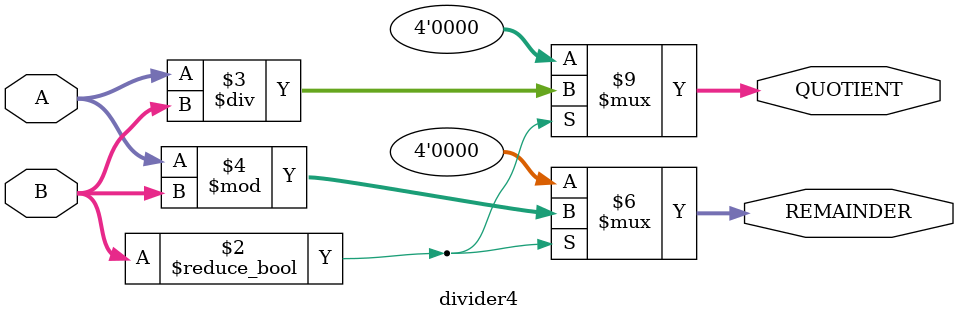
<source format=v>
module divider4 (
    input  [3:0] A, B,      
    output reg [3:0] QUOTIENT,
    output reg [3:0] REMAINDER
);
    always @(*) begin
        if (B != 0) begin
            QUOTIENT  = A / B;
            REMAINDER = A % B;
        end else begin
            QUOTIENT  = 4'b0000;
            REMAINDER = 4'b0000; 
        end
    end
endmodule
</source>
